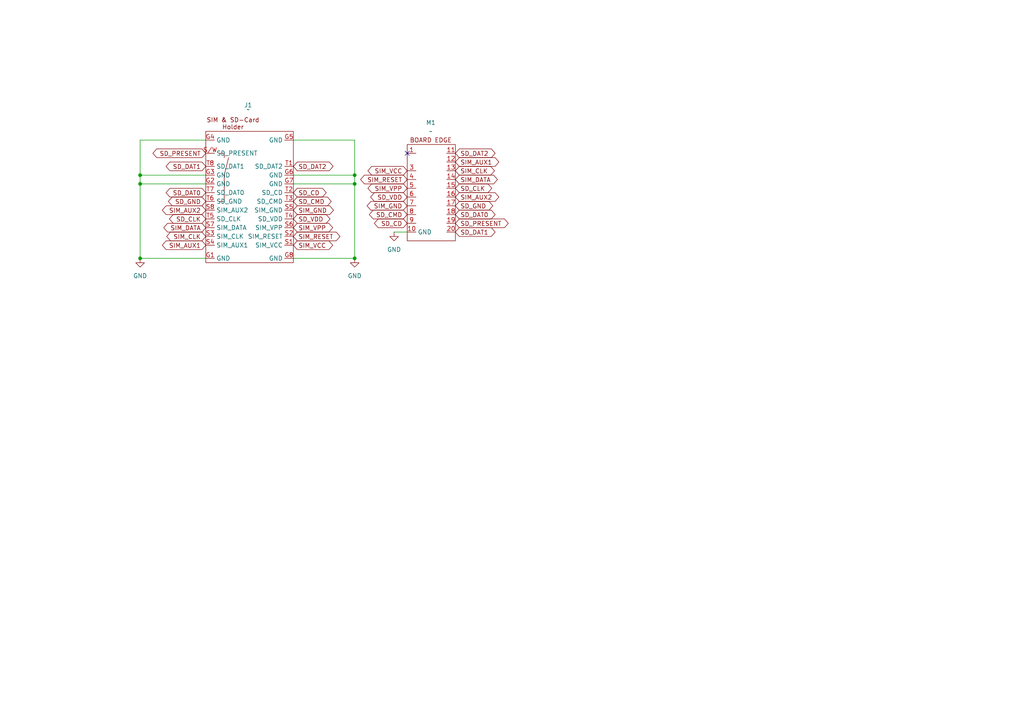
<source format=kicad_sch>
(kicad_sch (version 20250114) (generator "eeschema") (generator_version "9.0")
  (paper "A4")
  (lib_symbols
    (symbol "MegaCastle:MegaCastle2x10-Module-I16.0x20.6-MBFFFF-NOCUTOUT-EDGE"
      (property "Reference" "M" (at 0 -16.51 0))
      (symbol "MegaCastle2x10-Module-I16.0x20.6-MBFFFF-NOCUTOUT-EDGE_0_1"
        (rectangle (start -6.35 13.97) (end 7.62 -13.97))
      )
      (symbol "MegaCastle2x10-Module-I16.0x20.6-MBFFFF-NOCUTOUT-EDGE_1_1"
        (text " BOARD EDGE" (at 0 15.24 0) (effects (font (size 1.27 1.27))))
        (pin bidirectional line (at -6.35 11.43 0) (length 2.54) (name "") (number "1"))
        (pin bidirectional line (at -6.35 6.35 0) (length 2.54) (name "") (number "3"))
        (pin bidirectional line (at -6.35 3.81 0) (length 2.54) (name "") (number "4"))
        (pin bidirectional line (at -6.35 1.27 0) (length 2.54) (name "") (number "5"))
        (pin bidirectional line (at -6.35 -1.27 0) (length 2.54) (name "") (number "6"))
        (pin bidirectional line (at -6.35 -3.81 0) (length 2.54) (name "") (number "7"))
        (pin bidirectional line (at -6.35 -6.35 0) (length 2.54) (name "") (number "8"))
        (pin bidirectional line (at -6.35 -8.89 0) (length 2.54) (name "") (number "9"))
        (pin bidirectional line (at -6.35 -11.43 0) (length 2.54) (name "GND") (number "10"))
        (pin bidirectional line (at 7.62 11.43 180) (length 2.54) (name "") (number "11"))
        (pin bidirectional line (at 7.62 8.89 180) (length 2.54) (name "") (number "12"))
        (pin bidirectional line (at 7.62 6.35 180) (length 2.54) (name "") (number "13"))
        (pin bidirectional line (at 7.62 3.81 180) (length 2.54) (name "") (number "14"))
        (pin bidirectional line (at 7.62 1.27 180) (length 2.54) (name "") (number "15"))
        (pin bidirectional line (at 7.62 -1.27 180) (length 2.54) (name "") (number "16"))
        (pin bidirectional line (at 7.62 -3.81 180) (length 2.54) (name "") (number "17"))
        (pin bidirectional line (at 7.62 -6.35 180) (length 2.54) (name "") (number "18"))
        (pin bidirectional line (at 7.62 -8.89 180) (length 2.54) (name "") (number "19"))
        (pin bidirectional line (at 7.62 -11.43 180) (length 2.54) (name "") (number "20"))
      )
    )
    (symbol "Molex-SIM-SD-Card:Molex_104168-1616"
      (property "Reference" "J" (at -8.6245 0.0085 0))
      (symbol "Molex_104168-1616_0_1"
        (polyline (pts (xy -8.6245 3.8185) (xy -7.3545 3.8185) (xy -7.3545 2.5485)))
        (polyline (pts (xy -8.6245 -10.1515) (xy -7.3545 -10.1515) (xy -7.3545 -2.5315)))
      )
      (symbol "Molex_104168-1616_1_1"
        (rectangle (start -12.7 10.16) (end 12.7 -27.9315))
        (polyline (pts (xy -7.3545 -2.5315) (xy -6.0845 2.5485)))
        (text "SIM & SD-Card\nHolder" (at -4.8145 12.4545 0) (effects (font (size 1.27 1.27))))
        (pin input line (at -12.7 7.62 0) (length 2.54) (name "GND") (number "G4"))
        (pin bidirectional line (at -12.7 3.81 0) (length 2.54) (name "SD_PRESENT") (number "S/W"))
        (pin bidirectional line (at -12.7 0 0) (length 2.54) (name "SD_DAT1") (number "T8"))
        (pin bidirectional line (at -12.7 -2.54 0) (length 2.54) (name "GND") (number "G3"))
        (pin bidirectional line (at -12.7 -5.08 0) (length 2.54) (name "GND") (number "G2"))
        (pin bidirectional line (at -12.7 -7.62 0) (length 2.54) (name "SD_DAT0") (number "T7"))
        (pin bidirectional line (at -12.7 -10.16 0) (length 2.54) (name "SD_GND") (number "T6"))
        (pin bidirectional line (at -12.7 -12.7 0) (length 2.54) (name "SIM_AUX2") (number "S8"))
        (pin bidirectional line (at -12.7 -15.24 0) (length 2.54) (name "SD_CLK") (number "T5"))
        (pin bidirectional line (at -12.7 -17.78 0) (length 2.54) (name "SIM_DATA") (number "S7"))
        (pin bidirectional line (at -12.7 -20.32 0) (length 2.54) (name "SIM_CLK") (number "S3"))
        (pin bidirectional line (at -12.7 -22.86 0) (length 2.54) (name "SIM_AUX1") (number "S4"))
        (pin bidirectional line (at -12.7 -26.67 0) (length 2.54) (name "GND") (number "G1"))
        (pin bidirectional line (at 12.7 7.62 180) (length 2.54) (name "GND") (number "G5"))
        (pin bidirectional line (at 12.7 0 180) (length 2.54) (name "SD_DAT2") (number "T1"))
        (pin bidirectional line (at 12.7 -2.54 180) (length 2.54) (name "GND") (number "G6"))
        (pin bidirectional line (at 12.7 -5.08 180) (length 2.54) (name "GND") (number "G7"))
        (pin bidirectional line (at 12.7 -7.62 180) (length 2.54) (name "SD_CD") (number "T2"))
        (pin bidirectional line (at 12.7 -10.16 180) (length 2.54) (name "SD_CMD") (number "T3"))
        (pin bidirectional line (at 12.7 -12.7 180) (length 2.54) (name "SIM_GND") (number "S5"))
        (pin bidirectional line (at 12.7 -15.24 180) (length 2.54) (name "SD_VDD") (number "T4"))
        (pin bidirectional line (at 12.7 -17.78 180) (length 2.54) (name "SIM_VPP") (number "S6"))
        (pin bidirectional line (at 12.7 -20.32 180) (length 2.54) (name "SIM_RESET") (number "S2"))
        (pin bidirectional line (at 12.7 -22.86 180) (length 2.54) (name "SIM_VCC") (number "S1"))
        (pin bidirectional line (at 12.7 -26.67 180) (length 2.54) (name "GND") (number "G8"))
      )
    )
    (symbol "power:GND" (power) (pin_numbers (hide yes)) (pin_names (offset 0) (hide yes))
      (property "Value" "GND" (at 0 -3.81 0))
      (symbol "GND_0_1"
        (polyline (pts (xy 0 0) (xy 0 -1.27) (xy 1.27 -1.27) (xy 0 -2.54) (xy -1.27 -1.27) (xy 0 -1.27)))
      )
      (symbol "GND_1_1"
        (pin power_in line (at 0 0 270) (length 0) (name "~") (number "1"))
      )
    )
  )
  (junction (at 40.64 50.8))
  (junction (at 40.64 74.93))
  (junction (at 40.64 53.34))
  (junction (at 102.87 74.93))
  (junction (at 102.87 53.34))
  (junction (at 102.87 50.8))
  (no_connect (at 118.11 44.45))
  (wire (pts (xy 40.64 74.93) (xy 40.64 53.34)))
  (wire (pts (xy 40.64 53.34) (xy 40.64 50.8)))
  (wire (pts (xy 102.87 53.34) (xy 102.87 74.93)))
  (wire (pts (xy 40.64 74.93) (xy 59.69 74.93)))
  (wire (pts (xy 40.64 40.64) (xy 59.69 40.64)))
  (wire (pts (xy 85.09 50.8) (xy 102.87 50.8)))
  (wire (pts (xy 40.64 50.8) (xy 40.64 40.64)))
  (wire (pts (xy 102.87 50.8) (xy 102.87 53.34)))
  (wire (pts (xy 40.64 53.34) (xy 59.69 53.34)))
  (wire (pts (xy 85.09 74.93) (xy 102.87 74.93)))
  (wire (pts (xy 85.09 53.34) (xy 102.87 53.34)))
  (wire (pts (xy 40.64 50.8) (xy 59.69 50.8)))
  (wire (pts (xy 114.3 67.31) (xy 118.11 67.31)))
  (wire (pts (xy 85.09 40.64) (xy 102.87 40.64)))
  (wire (pts (xy 102.87 40.64) (xy 102.87 50.8)))
  (global_label "SD_DAT1" (shape bidirectional) (at 132.08 67.31 0) (property "Intersheetrefs" "${INTERSHEET_REFS}" (effects (hide yes))))
  (global_label "SIM_VPP" (shape bidirectional) (at 118.11 54.61 180) (property "Intersheetrefs" "${INTERSHEET_REFS}" (effects (hide yes))))
  (global_label "SD_VDD" (shape bidirectional) (at 118.11 57.15 180) (property "Intersheetrefs" "${INTERSHEET_REFS}" (effects (hide yes))))
  (global_label "SIM_CLK" (shape bidirectional) (at 132.08 49.53 0) (property "Intersheetrefs" "${INTERSHEET_REFS}" (effects (hide yes))))
  (global_label "SD_CMD" (shape bidirectional) (at 118.11 62.23 180) (property "Intersheetrefs" "${INTERSHEET_REFS}" (effects (hide yes))))
  (global_label "SIM_VPP" (shape bidirectional) (at 85.09 66.04 0) (property "Intersheetrefs" "${INTERSHEET_REFS}" (effects (hide yes))))
  (global_label "SD_GND" (shape bidirectional) (at 59.69 58.42 180) (property "Intersheetrefs" "${INTERSHEET_REFS}" (effects (hide yes))))
  (global_label "SD_DAT1" (shape bidirectional) (at 59.69 48.26 180) (property "Intersheetrefs" "${INTERSHEET_REFS}" (effects (hide yes))))
  (global_label "SIM_AUX1" (shape bidirectional) (at 59.69 71.12 180) (property "Intersheetrefs" "${INTERSHEET_REFS}" (effects (hide yes))))
  (global_label "SD_CD" (shape bidirectional) (at 85.09 55.88 0) (property "Intersheetrefs" "${INTERSHEET_REFS}" (effects (hide yes))))
  (global_label "SIM_VCC" (shape bidirectional) (at 118.11 49.53 180) (property "Intersheetrefs" "${INTERSHEET_REFS}" (effects (hide yes))))
  (global_label "SD_DAT0" (shape bidirectional) (at 59.69 55.88 180) (property "Intersheetrefs" "${INTERSHEET_REFS}" (effects (hide yes))))
  (global_label "SIM_AUX2" (shape bidirectional) (at 132.08 57.15 0) (property "Intersheetrefs" "${INTERSHEET_REFS}" (effects (hide yes))))
  (global_label "SD_DAT0" (shape bidirectional) (at 132.08 62.23 0) (property "Intersheetrefs" "${INTERSHEET_REFS}" (effects (hide yes))))
  (global_label "SD_DAT2" (shape bidirectional) (at 132.08 44.45 0) (property "Intersheetrefs" "${INTERSHEET_REFS}" (effects (hide yes))))
  (global_label "SD_GND" (shape bidirectional) (at 132.08 59.69 0) (property "Intersheetrefs" "${INTERSHEET_REFS}" (effects (hide yes))))
  (global_label "SIM_RESET" (shape bidirectional) (at 118.11 52.07 180) (property "Intersheetrefs" "${INTERSHEET_REFS}" (effects (hide yes))))
  (global_label "SIM_CLK" (shape bidirectional) (at 59.69 68.58 180) (property "Intersheetrefs" "${INTERSHEET_REFS}" (effects (hide yes))))
  (global_label "SIM_DATA" (shape bidirectional) (at 59.69 66.04 180) (property "Intersheetrefs" "${INTERSHEET_REFS}" (effects (hide yes))))
  (global_label "SIM_GND" (shape bidirectional) (at 118.11 59.69 180) (property "Intersheetrefs" "${INTERSHEET_REFS}" (effects (hide yes))))
  (global_label "SD_CLK" (shape bidirectional) (at 132.08 54.61 0) (property "Intersheetrefs" "${INTERSHEET_REFS}" (effects (hide yes))))
  (global_label "SD_DAT2" (shape bidirectional) (at 85.09 48.26 0) (property "Intersheetrefs" "${INTERSHEET_REFS}" (effects (hide yes))))
  (global_label "SD_VDD" (shape bidirectional) (at 85.09 63.5 0) (property "Intersheetrefs" "${INTERSHEET_REFS}" (effects (hide yes))))
  (global_label "SIM_AUX1" (shape bidirectional) (at 132.08 46.99 0) (property "Intersheetrefs" "${INTERSHEET_REFS}" (effects (hide yes))))
  (global_label "SIM_AUX2" (shape bidirectional) (at 59.69 60.96 180) (property "Intersheetrefs" "${INTERSHEET_REFS}" (effects (hide yes))))
  (global_label "SD_PRESENT" (shape bidirectional) (at 132.08 64.77 0) (property "Intersheetrefs" "${INTERSHEET_REFS}" (effects (hide yes))))
  (global_label "SIM_DATA" (shape bidirectional) (at 132.08 52.07 0) (property "Intersheetrefs" "${INTERSHEET_REFS}" (effects (hide yes))))
  (global_label "SD_CD" (shape bidirectional) (at 118.11 64.77 180) (property "Intersheetrefs" "${INTERSHEET_REFS}" (effects (hide yes))))
  (global_label "SD_CMD" (shape bidirectional) (at 85.09 58.42 0) (property "Intersheetrefs" "${INTERSHEET_REFS}" (effects (hide yes))))
  (global_label "SD_PRESENT" (shape bidirectional) (at 59.69 44.45 180) (property "Intersheetrefs" "${INTERSHEET_REFS}" (effects (hide yes))))
  (global_label "SIM_RESET" (shape bidirectional) (at 85.09 68.58 0) (property "Intersheetrefs" "${INTERSHEET_REFS}" (effects (hide yes))))
  (global_label "SIM_GND" (shape bidirectional) (at 85.09 60.96 0) (property "Intersheetrefs" "${INTERSHEET_REFS}" (effects (hide yes))))
  (global_label "SD_CLK" (shape bidirectional) (at 59.69 63.5 180) (property "Intersheetrefs" "${INTERSHEET_REFS}" (effects (hide yes))))
  (global_label "SIM_VCC" (shape bidirectional) (at 85.09 71.12 0) (property "Intersheetrefs" "${INTERSHEET_REFS}" (effects (hide yes))))
  (symbol (lib_id "MegaCastle:MegaCastle2x10-Module-I16.0x20.6-MBFFFF-NOCUTOUT-EDGE") (at 124.46 55.88 0) (unit 1)
    (property "Reference" "M1" (at 124.9638 35.56 0))
    (property "Value" "~" (at 124.9638 38.1 0))
    (property "Footprint" "MegaCastle:MegaCastle2x10-Module-I22.0x20.6-MBFFFF-SPAREPAD" (effects (hide yes)))
    (property "Description" "Generated using footprint-gen .. 16 20 19 MBFFFF" (effects (hide yes)))
  )
  (symbol (lib_id "power:GND") (at 114.3 67.31 0) (unit 1)
    (property "Reference" "#PWR1" (effects (hide yes)))
    (property "Value" "GND" (at 114.3 72.39 0))
    (property "Description" "Power symbol creates a global label with name \"GND\" , ground" (effects (hide yes)))
  )
  (symbol (lib_id "power:GND") (at 40.64 74.93 0) (unit 1)
    (property "Reference" "#PWR3" (effects (hide yes)))
    (property "Value" "GND" (at 40.64 80.01 0))
    (property "Description" "Power symbol creates a global label with name \"GND\" , ground" (effects (hide yes)))
  )
  (symbol (lib_id "power:GND") (at 102.87 74.93 0) (unit 1)
    (property "Reference" "#PWR2" (effects (hide yes)))
    (property "Value" "GND" (at 102.87 80.01 0))
    (property "Description" "Power symbol creates a global label with name \"GND\" , ground" (effects (hide yes)))
  )
  (symbol (lib_id "Molex-SIM-SD-Card:Molex_104168-1616") (at 72.39 48.26 0) (unit 1)
    (property "Reference" "J1" (at 71.98 30.48 0))
    (property "Value" "~" (at 71.98 31.75 0))
    (property "Footprint" "sim-and-sd-card:Molex 104168-1616 SIM and SD Card" (effects (hide yes)))
  )
)
</source>
